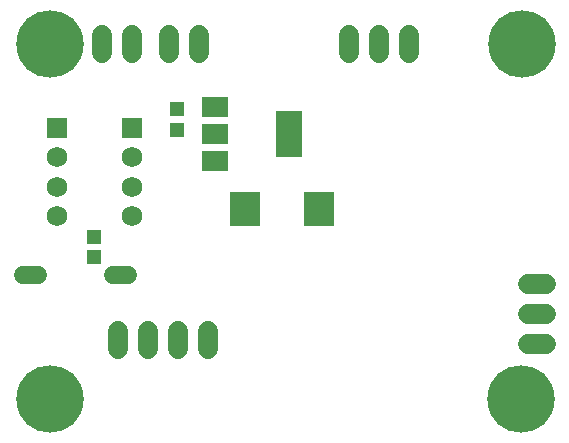
<source format=gbr>
G75*
%MOIN*%
%OFA0B0*%
%FSLAX25Y25*%
%IPPOS*%
%LPD*%
%AMOC8*
5,1,8,0,0,1.08239X$1,22.5*
%
%ADD10R,0.08700X0.06700*%
%ADD11R,0.08700X0.15800*%
%ADD12R,0.10249X0.11824*%
%ADD13R,0.05052X0.04934*%
%ADD14C,0.06800*%
%ADD15C,0.06000*%
%ADD16R,0.05131X0.04737*%
%ADD17R,0.06800X0.06800*%
%ADD18C,0.06800*%
%ADD19C,0.22454*%
D10*
X0088900Y0099900D03*
X0088900Y0108900D03*
X0088900Y0117900D03*
D11*
X0113700Y0108800D03*
D12*
X0123702Y0083800D03*
X0098898Y0083800D03*
D13*
X0076300Y0110355D03*
X0076300Y0117245D03*
D14*
X0073800Y0135800D02*
X0073800Y0141800D01*
X0083800Y0141800D02*
X0083800Y0135800D01*
X0061300Y0135800D02*
X0061300Y0141800D01*
X0051300Y0141800D02*
X0051300Y0135800D01*
X0133800Y0135800D02*
X0133800Y0141800D01*
X0143800Y0141800D02*
X0143800Y0135800D01*
X0153800Y0135800D02*
X0153800Y0141800D01*
X0193300Y0058800D02*
X0199300Y0058800D01*
X0199300Y0048800D02*
X0193300Y0048800D01*
X0193300Y0038800D02*
X0199300Y0038800D01*
X0086635Y0037394D02*
X0086635Y0043394D01*
X0076635Y0043394D02*
X0076635Y0037394D01*
X0066635Y0037394D02*
X0066635Y0043394D01*
X0056635Y0043394D02*
X0056635Y0037394D01*
D15*
X0054881Y0061871D02*
X0060081Y0061871D01*
X0030081Y0061871D02*
X0024881Y0061871D01*
D16*
X0048800Y0067954D03*
X0048800Y0074646D03*
D17*
X0036300Y0111064D03*
X0061300Y0111064D03*
D18*
X0061300Y0101221D03*
X0061300Y0091379D03*
X0061300Y0081536D03*
X0036300Y0081536D03*
X0036300Y0091379D03*
X0036300Y0101221D03*
D19*
X0033938Y0020729D03*
X0191182Y0020650D03*
X0191418Y0138889D03*
X0033938Y0138800D03*
M02*

</source>
